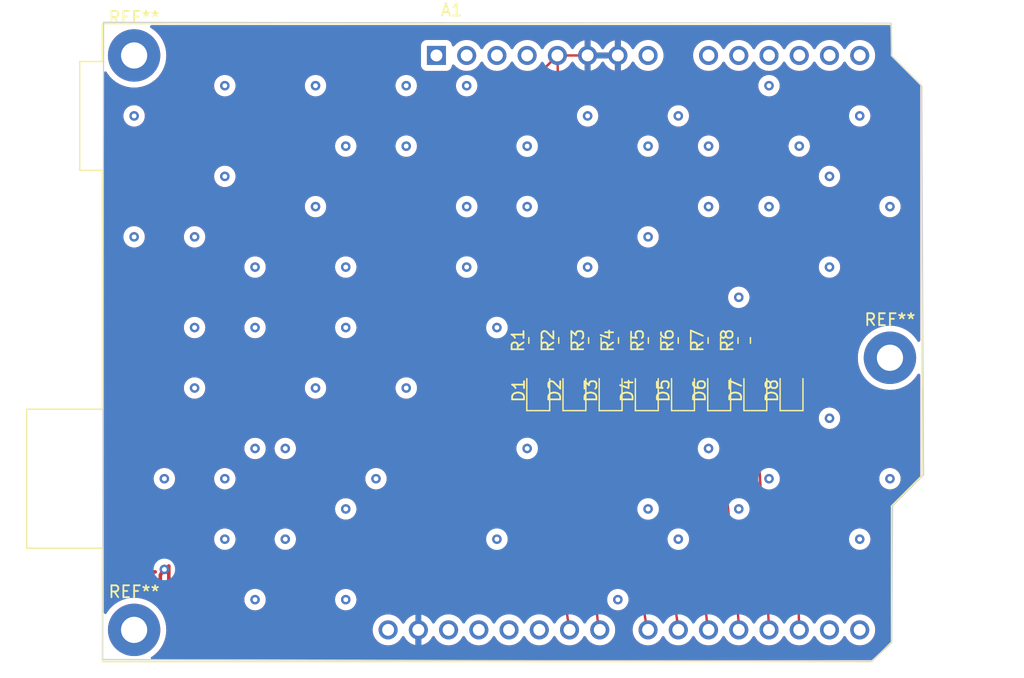
<source format=kicad_pcb>
(kicad_pcb (version 20221018) (generator pcbnew)
  (layers (0 "F.Cu" signal) (31 "B.Cu" signal) (34 "B.Paste" user) (35 "F.Paste" user) (36 "B.SilkS" user "B.Silkscreen") (37 "F.SilkS" user "F.Silkscreen") (38 "B.Mask" user) (39 "F.Mask" user) (44 "Edge.Cuts" user))
  (net 0 "")
  (net 5 "Net-(A1-+5V)")
  (net 6 "GND")
  (net 16 "Net-(A1-D2)")
  (net 17 "Net-(A1-D3)")
  (net 18 "Net-(A1-D4)")
  (net 19 "Net-(A1-D5)")
  (net 20 "Net-(A1-D6)")
  (net 21 "Net-(A1-D7)")
  (net 22 "Net-(A1-D8)")
  (net 23 "Net-(A1-D9)")
  (net 29 "Net-(D1-A)")
  (net 30 "Net-(D2-A)")
  (net 31 "Net-(D3-A)")
  (net 32 "Net-(D4-A)")
  (net 33 "Net-(D5-A)")
  (net 34 "Net-(D6-A)")
  (net 35 "Net-(D7-A)")
  (net 36 "Net-(D8-A)")
  (footprint "LED_SMD:LED_0805_2012Metric" (layer "F.Cu") (at 151.291828 84.035186 90)
    (fp_text reference "D2" (at 0 -1.65 90) (layer "F.SilkS"))
    (fp_text value "LED")
    (fp_line (start -1.685 -0.96) (end -1.685 0.96) (stroke (width 0.12)) (layer "F.SilkS"))
    (fp_line (start -1.685 0.96) (end 1 0.96) (stroke (width 0.12)) (layer "F.SilkS"))
    (fp_line (start 1 -0.96) (end -1.685 -0.96) (stroke (width 0.12)) (layer "F.SilkS"))
    (pad "1" smd roundrect (at -0.9375 0 90) (size 0.975 1.4) (layers "F.Cu" "F.Paste" "F.Mask") (net 22 "Net-(A1-D8)"))
    (pad "2" smd roundrect (at 0.9375 0 90) (size 0.975 1.4) (layers "F.Cu" "F.Paste" "F.Mask") (net 30 "Net-(D2-A)"))
  )
  (footprint "MountingHole:MountingHole_2.2mm_M2_Pad" (layer "F.Cu") (at 114.3 104.14)
    (fp_text reference "REF**" (at 0 -3.2) (layer "F.SilkS"))
    (fp_text value "MountingHole_2.2mm_M2_Pad")
    (pad "1" thru_hole circle (at 0 0) (size 4.4 4.4) (drill 2.2) (layers "*.Cu" "*.Mask"))
  )
  (footprint "LED_SMD:LED_0805_2012Metric" (layer "F.Cu") (at 157.371828 84.035186 90)
    (fp_text reference "D4" (at 0 -1.65 90) (layer "F.SilkS"))
    (fp_text value "LED")
    (fp_line (start -1.685 -0.96) (end -1.685 0.96) (stroke (width 0.12)) (layer "F.SilkS"))
    (fp_line (start -1.685 0.96) (end 1 0.96) (stroke (width 0.12)) (layer "F.SilkS"))
    (fp_line (start 1 -0.96) (end -1.685 -0.96) (stroke (width 0.12)) (layer "F.SilkS"))
    (pad "1" smd roundrect (at -0.9375 0 90) (size 0.975 1.4) (layers "F.Cu" "F.Paste" "F.Mask") (net 20 "Net-(A1-D6)"))
    (pad "2" smd roundrect (at 0.9375 0 90) (size 0.975 1.4) (layers "F.Cu" "F.Paste" "F.Mask") (net 32 "Net-(D4-A)"))
  )
  (footprint "Resistor_SMD:R_0603_1608Metric" (layer "F.Cu") (at 155.516828 79.825186 90)
    (fp_text reference "R4" (at 0 -1.43 90) (layer "F.SilkS"))
    (fp_text value "247")
    (fp_line (start -0.237258 -0.5225) (end 0.237258 -0.5225) (stroke (width 0.12)) (layer "F.SilkS"))
    (fp_line (start -0.237258 0.5225) (end 0.237258 0.5225) (stroke (width 0.12)) (layer "F.SilkS"))
    (pad "1" smd roundrect (at -0.825 0 90) (size 0.8 0.95) (layers "F.Cu" "F.Paste" "F.Mask") (net 5 "Net-(A1-+5V)"))
    (pad "2" smd roundrect (at 0.825 0 90) (size 0.8 0.95) (layers "F.Cu" "F.Paste" "F.Mask") (net 32 "Net-(D4-A)"))
  )
  (footprint "LED_SMD:LED_0805_2012Metric" (layer "F.Cu") (at 154.331828 84.035186 90)
    (fp_text reference "D3" (at 0 -1.65 90) (layer "F.SilkS"))
    (fp_text value "LED")
    (fp_line (start -1.685 -0.96) (end -1.685 0.96) (stroke (width 0.12)) (layer "F.SilkS"))
    (fp_line (start -1.685 0.96) (end 1 0.96) (stroke (width 0.12)) (layer "F.SilkS"))
    (fp_line (start 1 -0.96) (end -1.685 -0.96) (stroke (width 0.12)) (layer "F.SilkS"))
    (pad "1" smd roundrect (at -0.9375 0 90) (size 0.975 1.4) (layers "F.Cu" "F.Paste" "F.Mask") (net 21 "Net-(A1-D7)"))
    (pad "2" smd roundrect (at 0.9375 0 90) (size 0.975 1.4) (layers "F.Cu" "F.Paste" "F.Mask") (net 31 "Net-(D3-A)"))
  )
  (footprint "MountingHole:MountingHole_2.2mm_M2_Pad" (layer "F.Cu") (at 177.8 81.28)
    (fp_text reference "REF**" (at 0 -3.2) (layer "F.SilkS"))
    (fp_text value "MountingHole_2.2mm_M2_Pad")
    (pad "1" thru_hole circle (at 0 0) (size 4.4 4.4) (drill 2.2) (layers "*.Cu" "*.Mask"))
  )
  (footprint "LED_SMD:LED_0805_2012Metric" (layer "F.Cu") (at 169.531828 84.035186 90)
    (fp_text reference "D8" (at 0 -1.65 90) (layer "F.SilkS"))
    (fp_text value "LED")
    (fp_line (start -1.685 -0.96) (end -1.685 0.96) (stroke (width 0.12)) (layer "F.SilkS"))
    (fp_line (start -1.685 0.96) (end 1 0.96) (stroke (width 0.12)) (layer "F.SilkS"))
    (fp_line (start 1 -0.96) (end -1.685 -0.96) (stroke (width 0.12)) (layer "F.SilkS"))
    (pad "1" smd roundrect (at -0.9375 0 90) (size 0.975 1.4) (layers "F.Cu" "F.Paste" "F.Mask") (net 16 "Net-(A1-D2)"))
    (pad "2" smd roundrect (at 0.9375 0 90) (size 0.975 1.4) (layers "F.Cu" "F.Paste" "F.Mask") (net 36 "Net-(D8-A)"))
  )
  (footprint "Module:Arduino_UNO_R2" (layer "F.Cu") (at 139.7 55.88)
    (fp_text reference "A1" (at 1.27 -3.81 180) (layer "F.SilkS"))
    (fp_text value "Arduino_UNO_R2")
    (fp_line (start -34.42 29.72) (end -34.42 41.4) (stroke (width 0.12)) (layer "F.SilkS"))
    (fp_line (start -34.42 41.4) (end -28.07 41.4) (stroke (width 0.12)) (layer "F.SilkS"))
    (fp_line (start -29.97 0.51) (end -29.97 9.65) (stroke (width 0.12)) (layer "F.SilkS"))
    (fp_line (start -29.97 9.65) (end -28.07 9.65) (stroke (width 0.12)) (layer "F.SilkS"))
    (fp_line (start -28.07 -2.67) (end -28.07 0.51) (stroke (width 0.12)) (layer "F.SilkS"))
    (fp_line (start -28.07 0.51) (end -29.97 0.51) (stroke (width 0.12)) (layer "F.SilkS"))
    (fp_line (start -28.07 9.65) (end -28.07 29.72) (stroke (width 0.12)) (layer "F.SilkS"))
    (fp_line (start -28.07 29.72) (end -34.42 29.72) (stroke (width 0.12)) (layer "F.SilkS"))
    (fp_line (start -28.07 41.4) (end -28.07 50.93) (stroke (width 0.12)) (layer "F.SilkS"))
    (fp_line (start -28.07 50.93) (end 36.58 50.93) (stroke (width 0.12)) (layer "F.SilkS"))
    (fp_line (start 36.58 50.93) (end 38.23 49.28) (stroke (width 0.12)) (layer "F.SilkS"))
    (fp_line (start 38.23 -2.67) (end -28.07 -2.67) (stroke (width 0.12)) (layer "F.SilkS"))
    (fp_line (start 38.23 0) (end 38.23 -2.67) (stroke (width 0.12)) (layer "F.SilkS"))
    (fp_line (start 38.23 37.85) (end 40.77 35.31) (stroke (width 0.12)) (layer "F.SilkS"))
    (fp_line (start 38.23 49.28) (end 38.23 37.85) (stroke (width 0.12)) (layer "F.SilkS"))
    (fp_line (start 40.77 2.54) (end 38.23 0) (stroke (width 0.12)) (layer "F.SilkS"))
    (fp_line (start 40.77 35.31) (end 40.77 2.54) (stroke (width 0.12)) (layer "F.SilkS"))
    (pad "1" thru_hole rect (at 0 0 90) (size 1.6 1.6) (drill 1) (layers "*.Cu" "*.Mask"))
    (pad "2" thru_hole oval (at 2.54 0 90) (size 1.6 1.6) (drill 1) (layers "*.Cu" "*.Mask"))
    (pad "3" thru_hole oval (at 5.08 0 90) (size 1.6 1.6) (drill 1) (layers "*.Cu" "*.Mask"))
    (pad "4" thru_hole oval (at 7.62 0 90) (size 1.6 1.6) (drill 1) (layers "*.Cu" "*.Mask"))
    (pad "5" thru_hole oval (at 10.16 0 90) (size 1.6 1.6) (drill 1) (layers "*.Cu" "*.Mask") (net 5 "Net-(A1-+5V)"))
    (pad "6" thru_hole oval (at 12.7 0 90) (size 1.6 1.6) (drill 1) (layers "*.Cu" "*.Mask") (net 6 "GND"))
    (pad "7" thru_hole oval (at 15.24 0 90) (size 1.6 1.6) (drill 1) (layers "*.Cu" "*.Mask") (net 6 "GND"))
    (pad "8" thru_hole oval (at 17.78 0 90) (size 1.6 1.6) (drill 1) (layers "*.Cu" "*.Mask"))
    (pad "9" thru_hole oval (at 22.86 0 90) (size 1.6 1.6) (drill 1) (layers "*.Cu" "*.Mask"))
    (pad "10" thru_hole oval (at 25.4 0 90) (size 1.6 1.6) (drill 1) (layers "*.Cu" "*.Mask"))
    (pad "11" thru_hole oval (at 27.94 0 90) (size 1.6 1.6) (drill 1) (layers "*.Cu" "*.Mask"))
    (pad "12" thru_hole oval (at 30.48 0 90) (size 1.6 1.6) (drill 1) (layers "*.Cu" "*.Mask"))
    (pad "13" thru_hole oval (at 33.02 0 90) (size 1.6 1.6) (drill 1) (layers "*.Cu" "*.Mask"))
    (pad "14" thru_hole oval (at 35.56 0 90) (size 1.6 1.6) (drill 1) (layers "*.Cu" "*.Mask"))
    (pad "15" thru_hole oval (at 35.56 48.26 90) (size 1.6 1.6) (drill 1) (layers "*.Cu" "*.Mask"))
    (pad "16" thru_hole oval (at 33.02 48.26 90) (size 1.6 1.6) (drill 1) (layers "*.Cu" "*.Mask"))
    (pad "17" thru_hole oval (at 30.48 48.26 90) (size 1.6 1.6) (drill 1) (layers "*.Cu" "*.Mask") (net 16 "Net-(A1-D2)"))
    (pad "18" thru_hole oval (at 27.94 48.26 90) (size 1.6 1.6) (drill 1) (layers "*.Cu" "*.Mask") (net 17 "Net-(A1-D3)"))
    (pad "19" thru_hole oval (at 25.4 48.26 90) (size 1.6 1.6) (drill 1) (layers "*.Cu" "*.Mask") (net 18 "Net-(A1-D4)"))
    (pad "20" thru_hole oval (at 22.86 48.26 90) (size 1.6 1.6) (drill 1) (layers "*.Cu" "*.Mask") (net 19 "Net-(A1-D5)"))
    (pad "21" thru_hole oval (at 20.32 48.26 90) (size 1.6 1.6) (drill 1) (layers "*.Cu" "*.Mask") (net 20 "Net-(A1-D6)"))
    (pad "22" thru_hole oval (at 17.78 48.26 90) (size 1.6 1.6) (drill 1) (layers "*.Cu" "*.Mask") (net 21 "Net-(A1-D7)"))
    (pad "23" thru_hole oval (at 13.72 48.26 90) (size 1.6 1.6) (drill 1) (layers "*.Cu" "*.Mask") (net 22 "Net-(A1-D8)"))
    (pad "24" thru_hole oval (at 11.18 48.26 90) (size 1.6 1.6) (drill 1) (layers "*.Cu" "*.Mask") (net 23 "Net-(A1-D9)"))
    (pad "25" thru_hole oval (at 8.64 48.26 90) (size 1.6 1.6) (drill 1) (layers "*.Cu" "*.Mask"))
    (pad "26" thru_hole oval (at 6.1 48.26 90) (size 1.6 1.6) (drill 1) (layers "*.Cu" "*.Mask"))
    (pad "27" thru_hole oval (at 3.56 48.26 90) (size 1.6 1.6) (drill 1) (layers "*.Cu" "*.Mask"))
    (pad "28" thru_hole oval (at 1.02 48.26 90) (size 1.6 1.6) (drill 1) (layers "*.Cu" "*.Mask"))
    (pad "29" thru_hole oval (at -1.52 48.26 90) (size 1.6 1.6) (drill 1) (layers "*.Cu" "*.Mask") (net 6 "GND"))
    (pad "30" thru_hole oval (at -4.06 48.26 90) (size 1.6 1.6) (drill 1) (layers "*.Cu" "*.Mask"))
  )
  (footprint "LED_SMD:LED_0805_2012Metric" (layer "F.Cu") (at 166.491828 84.035186 90)
    (fp_text reference "D7" (at 0 -1.65 90) (layer "F.SilkS"))
    (fp_text value "LED")
    (fp_line (start -1.685 -0.96) (end -1.685 0.96) (stroke (width 0.12)) (layer "F.SilkS"))
    (fp_line (start -1.685 0.96) (end 1 0.96) (stroke (width 0.12)) (layer "F.SilkS"))
    (fp_line (start 1 -0.96) (end -1.685 -0.96) (stroke (width 0.12)) (layer "F.SilkS"))
    (pad "1" smd roundrect (at -0.9375 0 90) (size 0.975 1.4) (layers "F.Cu" "F.Paste" "F.Mask") (net 17 "Net-(A1-D3)"))
    (pad "2" smd roundrect (at 0.9375 0 90) (size 0.975 1.4) (layers "F.Cu" "F.Paste" "F.Mask") (net 35 "Net-(D7-A)"))
  )
  (footprint "Resistor_SMD:R_0603_1608Metric" (layer "F.Cu") (at 158.026828 79.825186 90)
    (fp_text reference "R5" (at 0 -1.43 90) (layer "F.SilkS"))
    (fp_text value "247")
    (fp_line (start -0.237258 -0.5225) (end 0.237258 -0.5225) (stroke (width 0.12)) (layer "F.SilkS"))
    (fp_line (start -0.237258 0.5225) (end 0.237258 0.5225) (stroke (width 0.12)) (layer "F.SilkS"))
    (pad "1" smd roundrect (at -0.825 0 90) (size 0.8 0.95) (layers "F.Cu" "F.Paste" "F.Mask") (net 5 "Net-(A1-+5V)"))
    (pad "2" smd roundrect (at 0.825 0 90) (size 0.8 0.95) (layers "F.Cu" "F.Paste" "F.Mask") (net 33 "Net-(D5-A)"))
  )
  (footprint "LED_SMD:LED_0805_2012Metric" (layer "F.Cu") (at 163.451828 84.035186 90)
    (fp_text reference "D6" (at 0 -1.65 90) (layer "F.SilkS"))
    (fp_text value "LED")
    (fp_line (start -1.685 -0.96) (end -1.685 0.96) (stroke (width 0.12)) (layer "F.SilkS"))
    (fp_line (start -1.685 0.96) (end 1 0.96) (stroke (width 0.12)) (layer "F.SilkS"))
    (fp_line (start 1 -0.96) (end -1.685 -0.96) (stroke (width 0.12)) (layer "F.SilkS"))
    (pad "1" smd roundrect (at -0.9375 0 90) (size 0.975 1.4) (layers "F.Cu" "F.Paste" "F.Mask") (net 18 "Net-(A1-D4)"))
    (pad "2" smd roundrect (at 0.9375 0 90) (size 0.975 1.4) (layers "F.Cu" "F.Paste" "F.Mask") (net 34 "Net-(D6-A)"))
  )
  (footprint "Resistor_SMD:R_0603_1608Metric" (layer "F.Cu") (at 153.006828 79.825186 90)
    (fp_text reference "R3" (at 0 -1.43 90) (layer "F.SilkS"))
    (fp_text value "247")
    (fp_line (start -0.237258 -0.5225) (end 0.237258 -0.5225) (stroke (width 0.12)) (layer "F.SilkS"))
    (fp_line (start -0.237258 0.5225) (end 0.237258 0.5225) (stroke (width 0.12)) (layer "F.SilkS"))
    (pad "1" smd roundrect (at -0.825 0 90) (size 0.8 0.95) (layers "F.Cu" "F.Paste" "F.Mask") (net 5 "Net-(A1-+5V)"))
    (pad "2" smd roundrect (at 0.825 0 90) (size 0.8 0.95) (layers "F.Cu" "F.Paste" "F.Mask") (net 31 "Net-(D3-A)"))
  )
  (footprint "LED_SMD:LED_0805_2012Metric" (layer "F.Cu") (at 160.411828 84.035186 90)
    (fp_text reference "D5" (at 0 -1.65 90) (layer "F.SilkS"))
    (fp_text value "LED")
    (fp_line (start -1.685 -0.96) (end -1.685 0.96) (stroke (width 0.12)) (layer "F.SilkS"))
    (fp_line (start -1.685 0.96) (end 1 0.96) (stroke (width 0.12)) (layer "F.SilkS"))
    (fp_line (start 1 -0.96) (end -1.685 -0.96) (stroke (width 0.12)) (layer "F.SilkS"))
    (pad "1" smd roundrect (at -0.9375 0 90) (size 0.975 1.4) (layers "F.Cu" "F.Paste" "F.Mask") (net 19 "Net-(A1-D5)"))
    (pad "2" smd roundrect (at 0.9375 0 90) (size 0.975 1.4) (layers "F.Cu" "F.Paste" "F.Mask") (net 33 "Net-(D5-A)"))
  )
  (footprint "LED_SMD:LED_0805_2012Metric" (layer "F.Cu") (at 148.251828 84.035186 90)
    (fp_text reference "D1" (at 0 -1.65 90) (layer "F.SilkS"))
    (fp_text value "LED")
    (fp_line (start -1.685 -0.96) (end -1.685 0.96) (stroke (width 0.12)) (layer "F.SilkS"))
    (fp_line (start -1.685 0.96) (end 1 0.96) (stroke (width 0.12)) (layer "F.SilkS"))
    (fp_line (start 1 -0.96) (end -1.685 -0.96) (stroke (width 0.12)) (layer "F.SilkS"))
    (pad "1" smd roundrect (at -0.9375 0 90) (size 0.975 1.4) (layers "F.Cu" "F.Paste" "F.Mask") (net 23 "Net-(A1-D9)"))
    (pad "2" smd roundrect (at 0.9375 0 90) (size 0.975 1.4) (layers "F.Cu" "F.Paste" "F.Mask") (net 29 "Net-(D1-A)"))
  )
  (footprint "Resistor_SMD:R_0603_1608Metric" (layer "F.Cu") (at 160.536828 79.825186 90)
    (fp_text reference "R6" (at 0 -1.43 90) (layer "F.SilkS"))
    (fp_text value "247")
    (fp_line (start -0.237258 -0.5225) (end 0.237258 -0.5225) (stroke (width 0.12)) (layer "F.SilkS"))
    (fp_line (start -0.237258 0.5225) (end 0.237258 0.5225) (stroke (width 0.12)) (layer "F.SilkS"))
    (pad "1" smd roundrect (at -0.825 0 90) (size 0.8 0.95) (layers "F.Cu" "F.Paste" "F.Mask") (net 5 "Net-(A1-+5V)"))
    (pad "2" smd roundrect (at 0.825 0 90) (size 0.8 0.95) (layers "F.Cu" "F.Paste" "F.Mask") (net 34 "Net-(D6-A)"))
  )
  (footprint "MountingHole:MountingHole_2.2mm_M2_Pad" (layer "F.Cu") (at 114.3 55.88)
    (fp_text reference "REF**" (at 0 -3.2) (layer "F.SilkS"))
    (fp_text value "MountingHole_2.2mm_M2_Pad")
    (pad "1" thru_hole circle (at 0 0) (size 4.4 4.4) (drill 2.2) (layers "*.Cu" "*.Mask"))
  )
  (footprint "Resistor_SMD:R_0603_1608Metric" (layer "F.Cu") (at 147.986828 79.825186 90)
    (fp_text reference "R1" (at 0 -1.43 90) (layer "F.SilkS"))
    (fp_text value "247")
    (fp_line (start -0.237258 -0.5225) (end 0.237258 -0.5225) (stroke (width 0.12)) (layer "F.SilkS"))
    (fp_line (start -0.237258 0.5225) (end 0.237258 0.5225) (stroke (width 0.12)) (layer "F.SilkS"))
    (pad "1" smd roundrect (at -0.825 0 90) (size 0.8 0.95) (layers "F.Cu" "F.Paste" "F.Mask") (net 5 "Net-(A1-+5V)"))
    (pad "2" smd roundrect (at 0.825 0 90) (size 0.8 0.95) (layers "F.Cu" "F.Paste" "F.Mask") (net 29 "Net-(D1-A)"))
  )
  (footprint "Resistor_SMD:R_0603_1608Metric" (layer "F.Cu") (at 165.556828 79.825186 90)
    (fp_text reference "R8" (at 0 -1.43 90) (layer "F.SilkS"))
    (fp_text value "247")
    (fp_line (start -0.237258 -0.5225) (end 0.237258 -0.5225) (stroke (width 0.12)) (layer "F.SilkS"))
    (fp_line (start -0.237258 0.5225) (end 0.237258 0.5225) (stroke (width 0.12)) (layer "F.SilkS"))
    (pad "1" smd roundrect (at -0.825 0 90) (size 0.8 0.95) (layers "F.Cu" "F.Paste" "F.Mask") (net 5 "Net-(A1-+5V)"))
    (pad "2" smd roundrect (at 0.825 0 90) (size 0.8 0.95) (layers "F.Cu" "F.Paste" "F.Mask") (net 36 "Net-(D8-A)"))
  )
  (footprint "Resistor_SMD:R_0603_1608Metric" (layer "F.Cu") (at 150.496828 79.825186 90)
    (fp_text reference "R2" (at 0 -1.43 90) (layer "F.SilkS"))
    (fp_text value "247")
    (fp_line (start -0.237258 -0.5225) (end 0.237258 -0.5225) (stroke (width 0.12)) (layer "F.SilkS"))
    (fp_line (start -0.237258 0.5225) (end 0.237258 0.5225) (stroke (width 0.12)) (layer "F.SilkS"))
    (pad "1" smd roundrect (at -0.825 0 90) (size 0.8 0.95) (layers "F.Cu" "F.Paste" "F.Mask") (net 5 "Net-(A1-+5V)"))
    (pad "2" smd roundrect (at 0.825 0 90) (size 0.8 0.95) (layers "F.Cu" "F.Paste" "F.Mask") (net 30 "Net-(D2-A)"))
  )
  (footprint "Resistor_SMD:R_0603_1608Metric" (layer "F.Cu") (at 163.046828 79.825186 90)
    (fp_text reference "R7" (at 0 -1.43 90) (layer "F.SilkS"))
    (fp_text value "247")
    (fp_line (start -0.237258 -0.5225) (end 0.237258 -0.5225) (stroke (width 0.12)) (layer "F.SilkS"))
    (fp_line (start -0.237258 0.5225) (end 0.237258 0.5225) (stroke (width 0.12)) (layer "F.SilkS"))
    (pad "1" smd roundrect (at -0.825 0 90) (size 0.8 0.95) (layers "F.Cu" "F.Paste" "F.Mask") (net 5 "Net-(A1-+5V)"))
    (pad "2" smd roundrect (at 0.825 0 90) (size 0.8 0.95) (layers "F.Cu" "F.Paste" "F.Mask") (net 35 "Net-(D7-A)"))
  )
  (gr_line (start 138.204193 103.460177) (end 138.834006 66.930998) (stroke (width 0.2)) (layer "F.Cu"))
  (gr_line (start 149.86 55.88) (end 152.4 55.88) (stroke (width 0.2)) (layer "F.Cu"))
  (gr_line (start 159.956523 103.581403) (end 157.297311 85.001907) (stroke (width 0.2)) (layer "F.Cu"))
  (gr_line (start 146.309223 78.877378) (end 146.495834 77.267855) (stroke (width 0.2)) (layer "F.Cu"))
  (gr_line (start 150.789239 103.651382) (end 148.200006 85.211844) (stroke (width 0.2)) (layer "F.Cu"))
  (gr_line (start 154.825983 82.803992) (end 153.30199 78.791848) (stroke (width 0.2)) (layer "F.Cu"))
  (gr_line (start 148.22199 83.006155) (end 149.21725 80.829022) (stroke (width 0.2)) (layer "F.Cu"))
  (gr_line (start 165.1 103.616392) (end 163.385507 85.106876) (stroke (width 0.2)) (layer "F.Cu"))
  (gr_line (start 151.814259 79.157295) (end 151.790932 77.291181) (stroke (width 0.2)) (layer "F.Cu"))
  (gr_line (start 151.855751 82.9284) (end 151.777997 80.082576) (stroke (width 0.2)) (layer "F.Cu"))
  (gr_line (start 156.82944 79.460538) (end 156.782787 77.36116) (stroke (width 0.2)) (layer "F.Cu"))
  (gr_line (start 164.542745 81.466611) (end 163.166487 79.040663) (stroke (width 0.2)) (layer "F.Cu"))
  (gr_line (start 170.18 104.14) (end 169.573512 85.232591) (stroke (width 0.2)) (layer "F.Cu"))
  (gr_line (start 160.561668 80.813471) (end 159.208735 79.600497) (stroke (width 0.2)) (layer "F.Cu"))
  (gr_line (start 149.86 55.88) (end 150.436091 77.344903) (stroke (width 0.2)) (layer "F.Cu"))
  (gr_line (start 153.273503 103.616392) (end 151.314083 85.106876) (stroke (width 0.2)) (layer "F.Cu"))
  (gr_line (start 150.484653 80.62686) (end 149.248352 79.483865) (stroke (width 0.2)) (layer "F.Cu"))
  (gr_line (start 162.440787 103.581403) (end 160.411388 85.036896) (stroke (width 0.2)) (layer "F.Cu"))
  (gr_line (start 157.594051 83.021706) (end 155.77459 78.791848) (stroke (width 0.2)) (layer "F.Cu"))
  (gr_line (start 146.495834 77.267855) (end 164.527159 77.43114) (stroke (width 0.2)) (layer "F.Cu"))
  (gr_line (start 167.619253 103.616392) (end 166.499585 84.966917) (stroke (width 0.2)) (layer "F.Cu"))
  (gr_line (start 166.525491 83.052808) (end 164.542745 81.466611) (stroke (width 0.2)) (layer "F.Cu"))
  (gr_line (start 152.957254 80.62686) (end 151.814259 79.157295) (stroke (width 0.2)) (layer "F.Cu"))
  (gr_line (start 157.297311 103.511424) (end 154.323192 85.246834) (stroke (width 0.2)) (layer "F.Cu"))
  (gr_line (start 164.527159 77.43114) (end 164.433854 79.903741) (stroke (width 0.2)) (layer "F.Cu"))
  (gr_line (start 155.546487 80.696839) (end 154.193554 79.413886) (stroke (width 0.2)) (layer "F.Cu"))
  (gr_line (start 147.942073 80.533554) (end 146.309223 78.877378) (stroke (width 0.2)) (layer "F.Cu"))
  (gr_line (start 149.248352 79.483865) (end 149.248352 77.291181) (stroke (width 0.2)) (layer "F.Cu"))
  (gr_line (start 138.834006 66.930998) (end 149.86 55.88) (stroke (width 0.2)) (layer "F.Cu"))
  (gr_line (start 160.346569 83.115011) (end 158.216089 78.916255) (stroke (width 0.2)) (layer "F.Cu"))
  (gr_line (start 154.193554 79.413886) (end 154.170228 77.384487) (stroke (width 0.2)) (layer "F.Cu"))
  (gr_line (start 164.433854 79.903741) (end 165.506869 80.743492) (stroke (width 0.2)) (layer "F.Cu"))
  (gr_line (start 159.208735 79.600497) (end 159.162082 77.407813) (stroke (width 0.2)) (layer "F.Cu"))
  (gr_line (start 161.821294 79.390559) (end 161.727989 77.384487) (stroke (width 0.2)) (layer "F.Cu"))
  (gr_line (start 151.777997 80.082576) (end 150.440615 78.947357) (stroke (width 0.2)) (layer "F.Cu"))
  (gr_line (start 163.679668 83.006155) (end 162.116797 81.489937) (stroke (width 0.2)) (layer "F.Cu"))
  (gr_line (start 169.674559 83.146113) (end 165.639087 79.063989) (stroke (width 0.2)) (layer "F.Cu"))
  (gr_line (start 149.21725 80.829022) (end 148.06648 78.962908) (stroke (width 0.2)) (layer "F.Cu"))
  (gr_line (start 162.987616 80.580207) (end 161.821294 79.390559) (stroke (width 0.2)) (layer "F.Cu"))
  (gr_line (start 157.995761 80.62686) (end 156.82944 79.460538) (stroke (width 0.2)) (layer "F.Cu"))
  (gr_line (start 162.116797 81.489937) (end 160.787191 78.900704) (stroke (width 0.2)) (layer "F.Cu"))
  (gr_line (start 111.735541 53.095849) (end 177.865951 53.174575) (stroke (width 0.1)) (layer "Edge.Cuts"))
  (gr_line (start 177.944677 105.21291) (end 176.212691 106.787443) (stroke (width 0.1)) (layer "Edge.Cuts"))
  (gr_line (start 176.212691 106.787443) (end 111.656814 106.62999) (stroke (width 0.1)) (layer "Edge.Cuts"))
  (gr_line (start 177.944677 55.930009) (end 180.463931 58.449263) (stroke (width 0.1)) (layer "Edge.Cuts"))
  (gr_line (start 180.463931 58.449263) (end 180.621385 91.120834) (stroke (width 0.1)) (layer "Edge.Cuts"))
  (gr_line (start 180.621385 91.120834) (end 178.023404 93.718815) (stroke (width 0.1)) (layer "Edge.Cuts"))
  (gr_line (start 177.865951 53.174575) (end 177.944677 55.930009) (stroke (width 0.1)) (layer "Edge.Cuts"))
  (gr_line (start 111.656814 106.62999) (end 111.735541 53.095849) (stroke (width 0.1)) (layer "Edge.Cuts"))
  (gr_line (start 178.023404 93.718815) (end 177.944677 105.21291) (stroke (width 0.1)) (layer "Edge.Cuts"))
  (gr_text "Arduino Shield" (at 113.803181 100.468563) (layer "F.Cu") (effects (font (size 1.5 1.5) (thickness 0.3) bold) (justify left bottom)))
  (via (at 114.3 60.96) (size 0.8) (drill 0.4) (layers "F.Cu" "B.Cu") (net 0))
  (via (at 121.92 91.44) (size 0.8) (drill 0.4) (layers "F.Cu" "B.Cu") (net 0))
  (via (at 142.24 68.58) (size 0.8) (drill 0.4) (layers "F.Cu" "B.Cu") (net 0))
  (via (at 152.4 60.96) (size 0.8) (drill 0.4) (layers "F.Cu" "B.Cu") (net 0))
  (via (at 119.38 78.74) (size 0.8) (drill 0.4) (layers "F.Cu" "B.Cu") (net 0))
  (via (at 157.48 93.98) (size 0.8) (drill 0.4) (layers "F.Cu" "B.Cu") (net 0))
  (via (at 132.08 73.66) (size 0.8) (drill 0.4) (layers "F.Cu" "B.Cu") (net 0))
  (via (at 157.48 63.5) (size 0.8) (drill 0.4) (layers "F.Cu" "B.Cu") (net 0))
  (via (at 142.24 58.42) (size 0.8) (drill 0.4) (layers "F.Cu" "B.Cu") (net 0))
  (via (at 121.92 58.42) (size 0.8) (drill 0.4) (layers "F.Cu" "B.Cu") (net 0))
  (via (at 137.16 83.82) (size 0.8) (drill 0.4) (layers "F.Cu" "B.Cu") (net 0))
  (via (at 132.08 93.98) (size 0.8) (drill 0.4) (layers "F.Cu" "B.Cu") (net 0))
  (via (at 124.46 78.74) (size 0.8) (drill 0.4) (layers "F.Cu" "B.Cu") (net 0))
  (via (at 147.32 88.9) (size 0.8) (drill 0.4) (layers "F.Cu" "B.Cu") (net 0))
  (via (at 162.56 63.5) (size 0.8) (drill 0.4) (layers "F.Cu" "B.Cu") (net 0))
  (via (at 147.32 68.58) (size 0.8) (drill 0.4) (layers "F.Cu" "B.Cu") (net 0))
  (via (at 124.46 73.66) (size 0.8) (drill 0.4) (layers "F.Cu" "B.Cu") (net 0))
  (via (at 137.16 58.42) (size 0.8) (drill 0.4) (layers "F.Cu" "B.Cu") (net 0))
  (via (at 165.1 93.98) (size 0.8) (drill 0.4) (layers "F.Cu" "B.Cu") (net 0))
  (via (at 167.64 68.58) (size 0.8) (drill 0.4) (layers "F.Cu" "B.Cu") (net 0))
  (via (at 116.84 99.06) (size 0.8) (drill 0.4) (layers "F.Cu" "B.Cu") (net 0))
  (via (at 134.62 91.44) (size 0.8) (drill 0.4) (layers "F.Cu" "B.Cu") (net 0))
  (via (at 119.38 71.12) (size 0.8) (drill 0.4) (layers "F.Cu" "B.Cu") (net 0))
  (via (at 144.78 96.52) (size 0.8) (drill 0.4) (layers "F.Cu" "B.Cu") (net 0))
  (via (at 170.18 63.5) (size 0.8) (drill 0.4) (layers "F.Cu" "B.Cu") (net 0))
  (via (at 167.64 91.44) (size 0.8) (drill 0.4) (layers "F.Cu" "B.Cu") (net 0))
  (via (at 124.46 88.9) (size 0.8) (drill 0.4) (layers "F.Cu" "B.Cu") (net 0))
  (via (at 127 88.9) (size 0.8) (drill 0.4) (layers "F.Cu" "B.Cu") (net 0))
  (via (at 157.48 71.12) (size 0.8) (drill 0.4) (layers "F.Cu" "B.Cu") (net 0))
  (via (at 116.84 91.44) (size 0.8) (drill 0.4) (layers "F.Cu" "B.Cu") (net 0))
  (via (at 121.92 66.04) (size 0.8) (drill 0.4) (layers "F.Cu" "B.Cu") (net 0))
  (via (at 142.24 73.66) (size 0.8) (drill 0.4) (layers "F.Cu" "B.Cu") (net 0))
  (via (at 114.3 71.12) (size 0.8) (drill 0.4) (layers "F.Cu" "B.Cu") (net 0))
  (via (at 162.56 88.9) (size 0.8) (drill 0.4) (layers "F.Cu" "B.Cu") (net 0))
  (via (at 144.78 78.74) (size 0.8) (drill 0.4) (layers "F.Cu" "B.Cu") (net 0))
  (via (at 119.38 83.82) (size 0.8) (drill 0.4) (layers "F.Cu" "B.Cu") (net 0))
  (via (at 137.16 63.5) (size 0.8) (drill 0.4) (layers "F.Cu" "B.Cu") (net 0))
  (via (at 167.64 58.42) (size 0.8) (drill 0.4) (layers "F.Cu" "B.Cu") (net 0))
  (via (at 121.92 96.52) (size 0.8) (drill 0.4) (layers "F.Cu" "B.Cu") (net 0))
  (via (at 175.26 60.96) (size 0.8) (drill 0.4) (layers "F.Cu" "B.Cu") (net 0))
  (via (at 177.8 91.44) (size 0.8) (drill 0.4) (layers "F.Cu" "B.Cu") (net 0))
  (via (at 160.02 60.96) (size 0.8) (drill 0.4) (layers "F.Cu" "B.Cu") (net 0))
  (via (at 172.72 86.36) (size 0.8) (drill 0.4) (layers "F.Cu" "B.Cu") (net 0))
  (via (at 162.56 68.58) (size 0.8) (drill 0.4) (layers "F.Cu" "B.Cu") (net 0))
  (via (at 127 96.52) (size 0.8) (drill 0.4) (layers "F.Cu" "B.Cu") (net 0))
  (via (at 129.54 58.42) (size 0.8) (drill 0.4) (layers "F.Cu" "B.Cu") (net 0))
  (via (at 132.08 78.74) (size 0.8) (drill 0.4) (layers "F.Cu" "B.Cu") (net 0))
  (via (at 172.72 66.04) (size 0.8) (drill 0.4) (layers "F.Cu" "B.Cu") (net 0))
  (via (at 147.32 63.5) (size 0.8) (drill 0.4) (layers "F.Cu" "B.Cu") (net 0))
  (via (at 160.02 96.52) (size 0.8) (drill 0.4) (layers "F.Cu" "B.Cu") (net 0))
  (via (at 129.54 68.58) (size 0.8) (drill 0.4) (layers "F.Cu" "B.Cu") (net 0))
  (via (at 175.26 96.52) (size 0.8) (drill 0.4) (layers "F.Cu" "B.Cu") (net 0))
  (via (at 124.46 101.6) (size 0.8) (drill 0.4) (layers "F.Cu" "B.Cu") (net 0))
  (via (at 177.8 68.58) (size 0.8) (drill 0.4) (layers "F.Cu" "B.Cu") (net 0))
  (via (at 129.54 83.82) (size 0.8) (drill 0.4) (layers "F.Cu" "B.Cu") (net 0))
  (via (at 172.72 73.66) (size 0.8) (drill 0.4) (layers "F.Cu" "B.Cu") (net 0))
  (via (at 152.4 73.66) (size 0.8) (drill 0.4) (layers "F.Cu" "B.Cu") (net 0))
  (via (at 154.94 101.6) (size 0.8) (drill 0.4) (layers "F.Cu" "B.Cu") (net 0))
  (via (at 132.08 101.6) (size 0.8) (drill 0.4) (layers "F.Cu" "B.Cu") (net 0))
  (via (at 165.1 76.2) (size 0.8) (drill 0.4) (layers "F.Cu" "B.Cu") (net 0))
  (via (at 132.08 63.5) (size 0.8) (drill 0.4) (layers "F.Cu" "B.Cu") (net 0))
  (zone (net 6) (net_name "GND") (layer "F.Cu") (connect_pads (clearance 0.5)) (min_thickness 0.25) (fill yes (thermal_gap 0.5) (thermal_bridge_width 0.5))
    (polygon (pts (xy 111.76 53.34) (xy 180.34 53.34) (xy 180.34 106.68) (xy 111.76 106.68)))
  )
  (zone (net 6) (net_name "GND") (layer "B.Cu") (priority 2) (connect_pads (clearance 0.5)) (min_thickness 0.25) (fill yes (thermal_gap 0.5) (thermal_bridge_width 0.5))
    (polygon (pts (xy 111.76 53.34) (xy 180.34 53.34) (xy 180.34 106.68) (xy 111.76 106.68)))
  )
)
</source>
